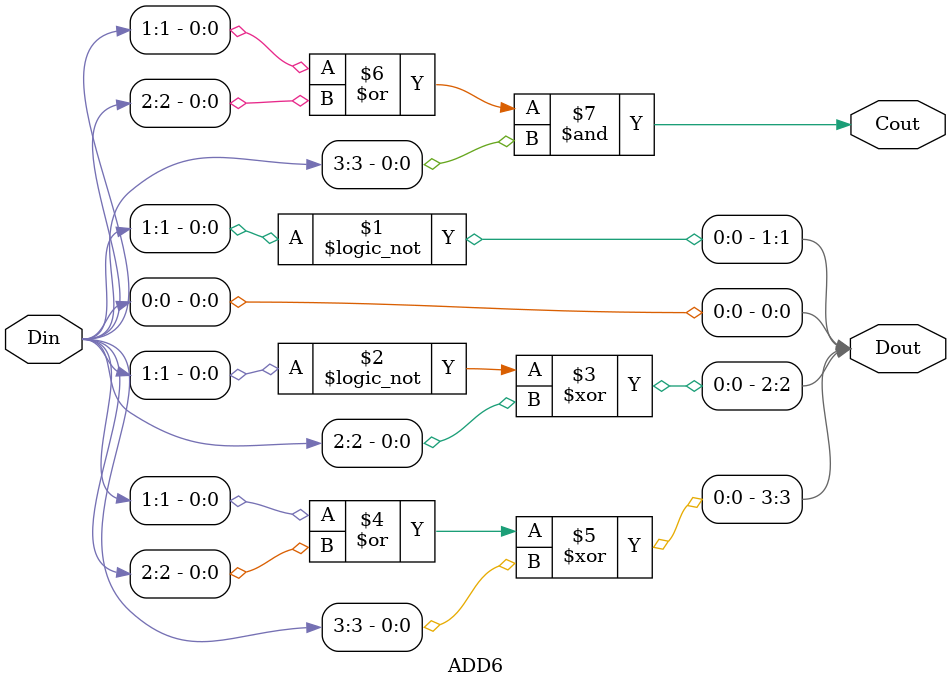
<source format=v>
module ADD6(Dout, Cout, Din);
output [3:0]Dout;
output Cout;
input [3:0] Din;

assign Dout[0] = Din[0];
assign Dout[1] = !Din[1];
assign Dout[2] = (!Din[1]) ^ Din[2];
assign Dout[3] = (Din[1] | Din[2]) ^ Din[3];

assign Cout = (Din[1] | Din[2]) & Din[3];

endmodule
</source>
